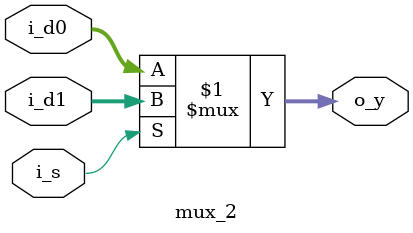
<source format=sv>
`timescale 1ns / 1ps

module mux_2 #(parameter width=8)(

    input  logic             i_s,
    input  logic [width-1:0] i_d0, i_d1,
    output logic [width-1:0] o_y);

    assign o_y = i_s ? i_d1 : i_d0;
endmodule


</source>
